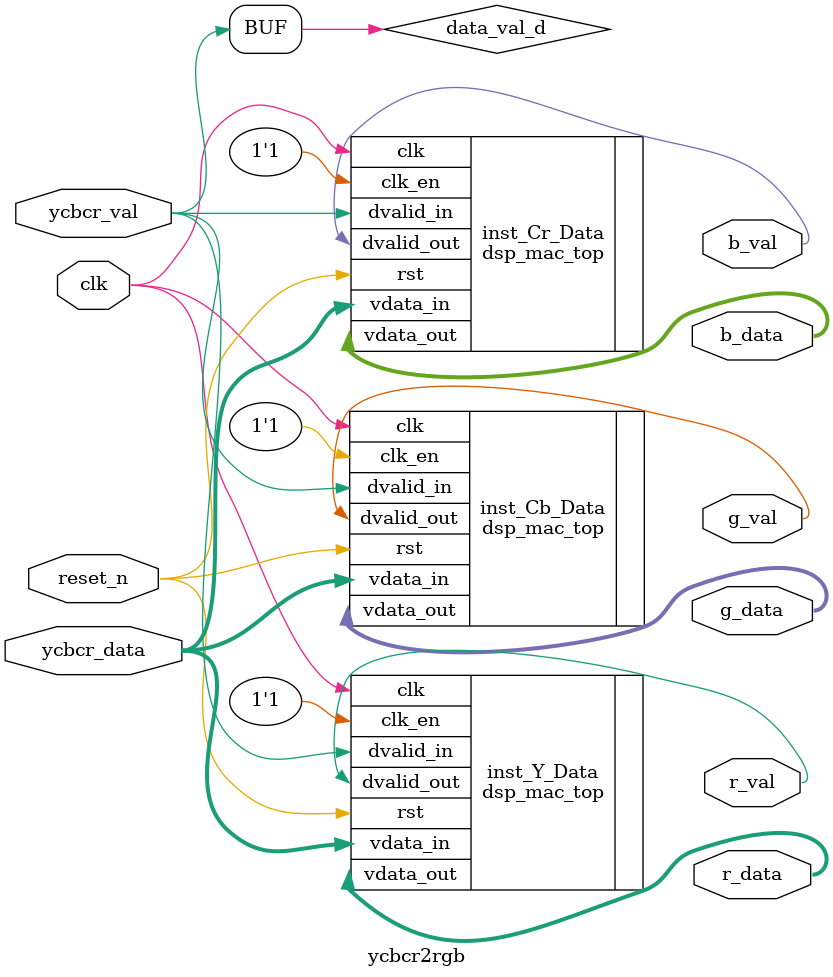
<source format=v>

`timescale 1ns/100ps

module ycbcr2rgb (
        clk,
        reset_n,
        r_val,
        r_data,
        g_val,
        g_data,
        b_val,
        b_data,
        ycbcr_val,
        ycbcr_data
);

input          clk;
input          reset_n;
output         r_val;
output   [7:0] r_data;
output         g_val;
output   [7:0] g_data;
output         b_val;
output   [7:0] b_data;
input          ycbcr_val;
input    [7:0] ycbcr_data;

parameter      Y_DATA_OFFSET    = 32'hFFE422cc; 
parameter      Y_DATA_Y1        = 16'h253f    ; 
parameter      Y_DATA_Y2        = 16'h0       ; 
parameter      Y_DATA_Y3        = 16'h3312    ; 

parameter      CB_DATA_OFFSET   = 32'h10ef8c  ; 
parameter      CB_DATA_Y1       = 16'h253f    ; 
parameter      CB_DATA_Y2       = 16'hf37d    ; 
parameter      CB_DATA_Y3       = 16'he5fc    ; 

parameter      CR_DATA_OFFSET   = 32'hFFDD6248; 
parameter      CR_DATA_Y1       = 16'h253f    ; 
parameter      CR_DATA_Y2       = 16'h4093    ; 
parameter      CR_DATA_Y3       = 16'h0       ; 


wire data_val_d;
assign  data_val_d = ycbcr_val;

dsp_mac_top  #(
   .OFFSET    (Y_DATA_OFFSET  ),
   .Y1        (Y_DATA_Y1      ),
   .Y2        (Y_DATA_Y2      ),
   .Y3        (Y_DATA_Y3      ) 
   )          inst_Y_Data     (
   .rst       (reset_n        ),
   .clk       (clk            ),
   .clk_en    (1'b1           ),
   .dvalid_in (data_val_d     ),
   .vdata_in  (ycbcr_data     ),
   .dvalid_out(r_val          ),
   .vdata_out (r_data         ) 
);


dsp_mac_top  #(
   .OFFSET    (CB_DATA_OFFSET ),
   .Y1        (CB_DATA_Y1     ),
   .Y2        (CB_DATA_Y2     ),
   .Y3        (CB_DATA_Y3     ) 
   )          inst_Cb_Data    (
   .rst       (reset_n        ),
   .clk       (clk            ),
   .clk_en    (1'b1           ),
   .dvalid_in (data_val_d     ),
   .vdata_in  (ycbcr_data     ),
   .dvalid_out(g_val          ),
   .vdata_out (g_data         ) 
);

dsp_mac_top  #(
   .OFFSET    (CR_DATA_OFFSET ),
   .Y1        (CR_DATA_Y1     ),
   .Y2        (CR_DATA_Y2     ),
   .Y3        (CR_DATA_Y3     )
   )          inst_Cr_Data    (
   .rst       (reset_n        ),
   .clk       (clk            ),
   .clk_en    (1'b1           ),
   .dvalid_in (data_val_d     ),
   .vdata_in  (ycbcr_data     ),
   .dvalid_out(b_val          ),
   .vdata_out (b_data         ) 
);


endmodule 

</source>
